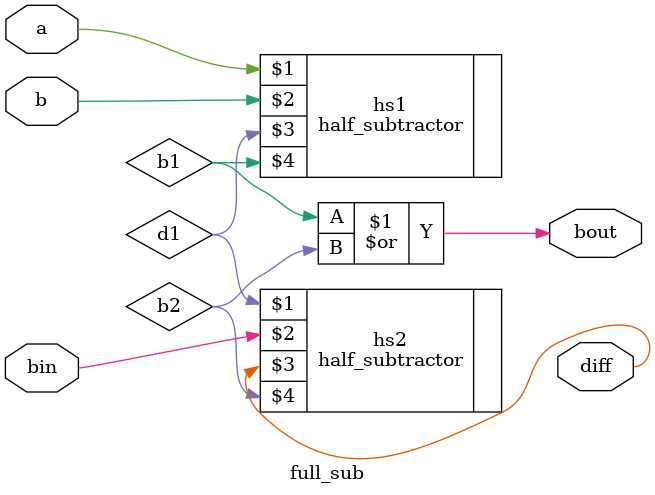
<source format=v>
module full_sub(a, b, bin, diff, bout);
    input a, b, bin;
    output diff, bout;

    wire d1, b1, b2;

    half_subtractor hs1(a, b, d1, b1);
    half_subtractor hs2(d1, bin, diff, b2);
    assign bout = b1 | b2;
endmodule

</source>
